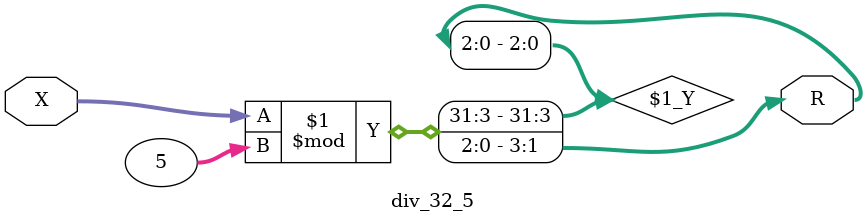
<source format=v>
module div_32_5( X, R);//, R);


input  [32:1] X;
//output [30:1] Q; 
output [3:1] R;

//assign Q = X / 5;

assign R = X % 5;


endmodule

</source>
